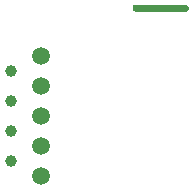
<source format=gbr>
%TF.GenerationSoftware,KiCad,Pcbnew,9.0.2*%
%TF.CreationDate,2025-07-09T19:39:00-04:00*%
%TF.ProjectId,WristWatch,57726973-7457-4617-9463-682e6b696361,rev?*%
%TF.SameCoordinates,Original*%
%TF.FileFunction,Soldermask,Bot*%
%TF.FilePolarity,Negative*%
%FSLAX46Y46*%
G04 Gerber Fmt 4.6, Leading zero omitted, Abs format (unit mm)*
G04 Created by KiCad (PCBNEW 9.0.2) date 2025-07-09 19:39:00*
%MOMM*%
%LPD*%
G01*
G04 APERTURE LIST*
%ADD10C,0.600000*%
%ADD11C,1.000000*%
%ADD12C,1.500000*%
%ADD13C,0.600000*%
G04 APERTURE END LIST*
D10*
%TO.C,AE1*%
X2101000Y9143400D02*
X-2099000Y9143400D01*
%TD*%
D11*
%TO.C,J4*%
X-12700000Y3810000D03*
%TD*%
%TO.C,J1*%
X-12700000Y-3810000D03*
%TD*%
%TO.C,J3*%
X-12700000Y1270000D03*
%TD*%
D12*
%TO.C,TP3*%
X-10160000Y-5080000D03*
%TD*%
D13*
%TO.C,AE1*%
X2101000Y9143400D03*
X-2099000Y9143400D03*
%TD*%
D12*
%TO.C,TP1*%
X-10160000Y0D03*
%TD*%
%TO.C,TP2*%
X-10160000Y-2540000D03*
%TD*%
%TO.C,TP6*%
X-10160000Y2540000D03*
%TD*%
D11*
%TO.C,J2*%
X-12700000Y-1270000D03*
%TD*%
D12*
%TO.C,TP5*%
X-10160000Y5080000D03*
%TD*%
M02*

</source>
